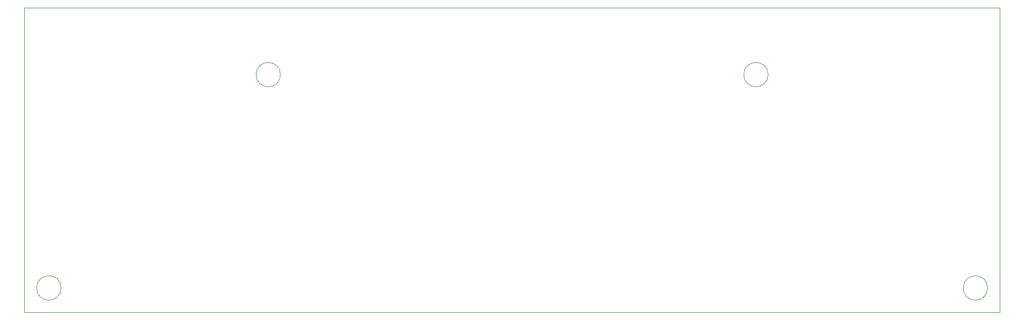
<source format=gbr>
%TF.GenerationSoftware,KiCad,Pcbnew,(5.1.9)-1*%
%TF.CreationDate,2021-03-26T17:10:42+01:00*%
%TF.ProjectId,Power Supply,506f7765-7220-4537-9570-706c792e6b69,rev?*%
%TF.SameCoordinates,Original*%
%TF.FileFunction,Profile,NP*%
%FSLAX46Y46*%
G04 Gerber Fmt 4.6, Leading zero omitted, Abs format (unit mm)*
G04 Created by KiCad (PCBNEW (5.1.9)-1) date 2021-03-26 17:10:42*
%MOMM*%
%LPD*%
G01*
G04 APERTURE LIST*
%TA.AperFunction,Profile*%
%ADD10C,0.010000*%
%TD*%
G04 APERTURE END LIST*
D10*
X72854000Y-141160000D02*
X72854000Y-91160000D01*
X194854000Y-102160000D02*
G75*
G03*
X194854000Y-102160000I-2000000J0D01*
G01*
X232854000Y-91160000D02*
X232854000Y-141160000D01*
X78854000Y-137160000D02*
G75*
G03*
X78854000Y-137160000I-2000000J0D01*
G01*
X72854000Y-91160000D02*
X232854000Y-91160000D01*
X232854000Y-141160000D02*
X72854000Y-141160000D01*
X114854000Y-102160000D02*
G75*
G03*
X114854000Y-102160000I-2000000J0D01*
G01*
X230854000Y-137160000D02*
G75*
G03*
X230854000Y-137160000I-2000000J0D01*
G01*
M02*

</source>
